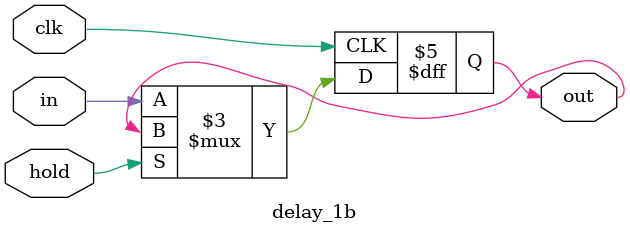
<source format=v>
module delay_8b(clk, hold, in, out);
  
  input clk, hold;
  input [7:0] in;
  output reg [7:0] out;
  
  always @(posedge clk) begin
    if (!hold) out <= in;
  end

endmodule

module delay_1b(clk, hold, in, out);
  
  input clk, hold;
  input in;
  output reg out;
  
  always @(posedge clk) begin
   if (!hold) out <= in;
  end

endmodule
</source>
